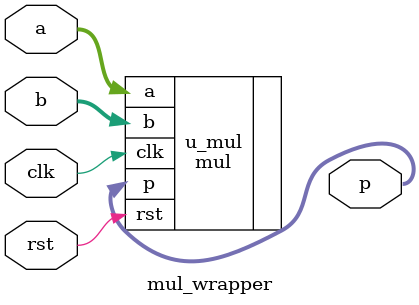
<source format=sv>

module mul_wrapper (
    input                       clk,
    input                       rst,
    input           [ 7 : 0]    a,
    input           [ 7 : 0]    b,
    output  logic   [15 : 0]    p
);

    mul  u_mul (
        .clk   ( clk  ),
        .rst   ( rst  ),
        .a     ( a    ),
        .b     ( b    ),

        .p     ( p    )
    );

     initial begin
        $dumpfile("build/mul.vcd");
        $dumpvars();
 end

endmodule
</source>
